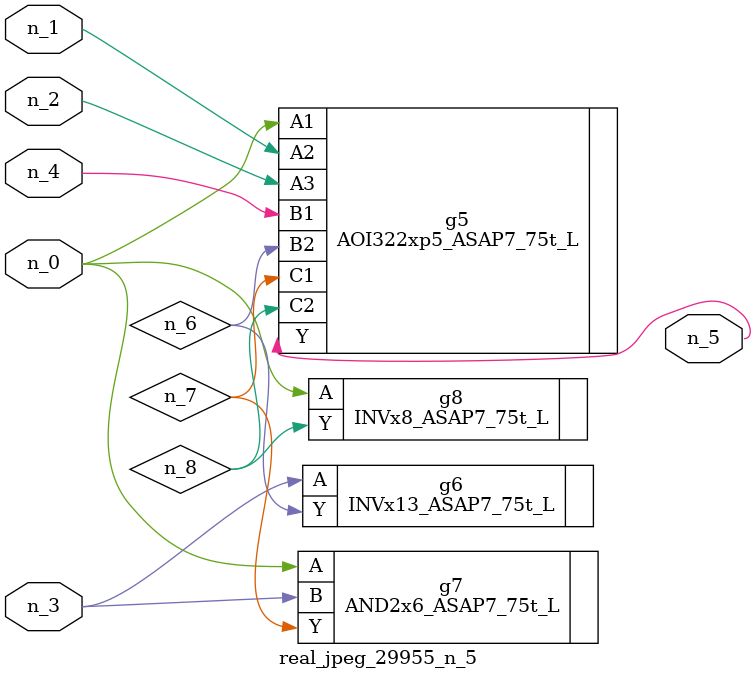
<source format=v>
module real_jpeg_29955_n_5 (n_4, n_0, n_1, n_2, n_3, n_5);

input n_4;
input n_0;
input n_1;
input n_2;
input n_3;

output n_5;

wire n_8;
wire n_6;
wire n_7;

AOI322xp5_ASAP7_75t_L g5 ( 
.A1(n_0),
.A2(n_1),
.A3(n_2),
.B1(n_4),
.B2(n_6),
.C1(n_7),
.C2(n_8),
.Y(n_5)
);

AND2x6_ASAP7_75t_L g7 ( 
.A(n_0),
.B(n_3),
.Y(n_7)
);

INVx8_ASAP7_75t_L g8 ( 
.A(n_0),
.Y(n_8)
);

INVx13_ASAP7_75t_L g6 ( 
.A(n_3),
.Y(n_6)
);


endmodule
</source>
